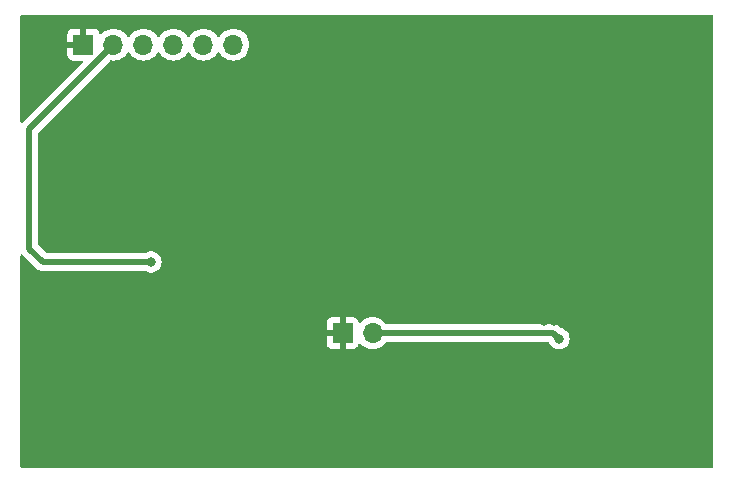
<source format=gbr>
%TF.GenerationSoftware,KiCad,Pcbnew,7.0.6-0*%
%TF.CreationDate,2024-01-22T13:27:35-05:00*%
%TF.ProjectId,regulators,72656775-6c61-4746-9f72-732e6b696361,rev?*%
%TF.SameCoordinates,Original*%
%TF.FileFunction,Copper,L2,Bot*%
%TF.FilePolarity,Positive*%
%FSLAX46Y46*%
G04 Gerber Fmt 4.6, Leading zero omitted, Abs format (unit mm)*
G04 Created by KiCad (PCBNEW 7.0.6-0) date 2024-01-22 13:27:35*
%MOMM*%
%LPD*%
G01*
G04 APERTURE LIST*
%TA.AperFunction,ComponentPad*%
%ADD10R,1.700000X1.700000*%
%TD*%
%TA.AperFunction,ComponentPad*%
%ADD11O,1.700000X1.700000*%
%TD*%
%TA.AperFunction,ViaPad*%
%ADD12C,0.800000*%
%TD*%
%TA.AperFunction,Conductor*%
%ADD13C,0.500000*%
%TD*%
G04 APERTURE END LIST*
D10*
%TO.P,J2,1,Pin_1*%
%TO.N,GND*%
X96236000Y-73832000D03*
D11*
%TO.P,J2,2,Pin_2*%
%TO.N,+3.7 V*%
X98776000Y-73832000D03*
%TD*%
D10*
%TO.P,J1,1,Pin_1*%
%TO.N,GND*%
X74295000Y-49403000D03*
D11*
%TO.P,J1,2,Pin_2*%
%TO.N,-34 V*%
X76835000Y-49403000D03*
%TO.P,J1,3,Pin_3*%
%TO.N,+34 V*%
X79375000Y-49403000D03*
%TO.P,J1,4,Pin_4*%
%TO.N,-15V*%
X81915000Y-49403000D03*
%TO.P,J1,5,Pin_5*%
%TO.N,+15 V*%
X84455000Y-49403000D03*
%TO.P,J1,6,Pin_6*%
%TO.N,+5 V*%
X86995000Y-49403000D03*
%TD*%
D12*
%TO.N,GND*%
X113411000Y-69977000D03*
X124079000Y-70358000D03*
X79654400Y-61061600D03*
X78856000Y-60166000D03*
X113030000Y-63754000D03*
X78856000Y-59277000D03*
X94107000Y-67056000D03*
X114300000Y-71882000D03*
X113411000Y-70993000D03*
X114300000Y-69977000D03*
X87376000Y-78105000D03*
X105410000Y-77851000D03*
X72644000Y-81915000D03*
X79969500Y-77442000D03*
X79969500Y-78331000D03*
X115189000Y-71882000D03*
X109728000Y-70485000D03*
X115189000Y-72771000D03*
X112649000Y-75565000D03*
X79146400Y-76555600D03*
X115189000Y-69977000D03*
X86106000Y-70485000D03*
X113411000Y-71882000D03*
X79654400Y-60147200D03*
X79146400Y-77419200D03*
X79654400Y-59283600D03*
X115062000Y-70993000D03*
X114300000Y-70993000D03*
X114173000Y-72771000D03*
X79969500Y-76553000D03*
X72263000Y-64643000D03*
X79146400Y-78333600D03*
X82042000Y-55626000D03*
X115570000Y-75565000D03*
X78856000Y-61055000D03*
X87249000Y-60833000D03*
X113284000Y-72771000D03*
%TO.N,+3.7 V*%
X114554000Y-74299000D03*
%TO.N,-34 V*%
X80010000Y-67818000D03*
%TD*%
D13*
%TO.N,+3.7 V*%
X114087000Y-73832000D02*
X114554000Y-74299000D01*
X98776000Y-73832000D02*
X114087000Y-73832000D01*
%TO.N,-34 V*%
X69723000Y-66675000D02*
X70866000Y-67818000D01*
X69723000Y-56515000D02*
X69723000Y-66675000D01*
X76835000Y-49403000D02*
X69723000Y-56515000D01*
X70866000Y-67818000D02*
X80010000Y-67818000D01*
%TD*%
%TA.AperFunction,Conductor*%
%TO.N,GND*%
G36*
X127578039Y-46882685D02*
G01*
X127623794Y-46935489D01*
X127635000Y-46987000D01*
X127635000Y-85093000D01*
X127615315Y-85160039D01*
X127562511Y-85205794D01*
X127511000Y-85217000D01*
X69085000Y-85217000D01*
X69017961Y-85197315D01*
X68972206Y-85144511D01*
X68961000Y-85093000D01*
X68961000Y-74729844D01*
X94886000Y-74729844D01*
X94892401Y-74789372D01*
X94892403Y-74789379D01*
X94942645Y-74924086D01*
X94942649Y-74924093D01*
X95028809Y-75039187D01*
X95028812Y-75039190D01*
X95143906Y-75125350D01*
X95143913Y-75125354D01*
X95278620Y-75175596D01*
X95278627Y-75175598D01*
X95338155Y-75181999D01*
X95338172Y-75182000D01*
X95986000Y-75182000D01*
X95986000Y-74267501D01*
X96093685Y-74316680D01*
X96200237Y-74332000D01*
X96271763Y-74332000D01*
X96378315Y-74316680D01*
X96486000Y-74267501D01*
X96486000Y-75182000D01*
X97133828Y-75182000D01*
X97133844Y-75181999D01*
X97193372Y-75175598D01*
X97193379Y-75175596D01*
X97328086Y-75125354D01*
X97328093Y-75125350D01*
X97443187Y-75039190D01*
X97443190Y-75039187D01*
X97529350Y-74924093D01*
X97529354Y-74924086D01*
X97578422Y-74792529D01*
X97620293Y-74736595D01*
X97685757Y-74712178D01*
X97754030Y-74727030D01*
X97782285Y-74748181D01*
X97904599Y-74870495D01*
X97981135Y-74924086D01*
X98098165Y-75006032D01*
X98098167Y-75006033D01*
X98098170Y-75006035D01*
X98312337Y-75105903D01*
X98540592Y-75167063D01*
X98711319Y-75182000D01*
X98775999Y-75187659D01*
X98776000Y-75187659D01*
X98776001Y-75187659D01*
X98840681Y-75182000D01*
X99011408Y-75167063D01*
X99239663Y-75105903D01*
X99453830Y-75006035D01*
X99647401Y-74870495D01*
X99814495Y-74703401D01*
X99862126Y-74635376D01*
X99916704Y-74591751D01*
X99963701Y-74582500D01*
X113609181Y-74582500D01*
X113676220Y-74602185D01*
X113721975Y-74654989D01*
X113726354Y-74666235D01*
X113726821Y-74667284D01*
X113821467Y-74831216D01*
X113856837Y-74870498D01*
X113948129Y-74971888D01*
X114101265Y-75083148D01*
X114101270Y-75083151D01*
X114274192Y-75160142D01*
X114274197Y-75160144D01*
X114459354Y-75199500D01*
X114459355Y-75199500D01*
X114648644Y-75199500D01*
X114648646Y-75199500D01*
X114833803Y-75160144D01*
X115006730Y-75083151D01*
X115159871Y-74971888D01*
X115286533Y-74831216D01*
X115381179Y-74667284D01*
X115439674Y-74487256D01*
X115459460Y-74299000D01*
X115439674Y-74110744D01*
X115381179Y-73930716D01*
X115286533Y-73766784D01*
X115159871Y-73626112D01*
X115154426Y-73622156D01*
X115006734Y-73514851D01*
X115006729Y-73514848D01*
X114833807Y-73437857D01*
X114833803Y-73437856D01*
X114768670Y-73424011D01*
X114707188Y-73390818D01*
X114706771Y-73390402D01*
X114662727Y-73346358D01*
X114650944Y-73332723D01*
X114636615Y-73313476D01*
X114636613Y-73313474D01*
X114636612Y-73313473D01*
X114636610Y-73313470D01*
X114596587Y-73279886D01*
X114592612Y-73276244D01*
X114589690Y-73273322D01*
X114586780Y-73270411D01*
X114561040Y-73250059D01*
X114502209Y-73200694D01*
X114496180Y-73196729D01*
X114496212Y-73196680D01*
X114489853Y-73192628D01*
X114489822Y-73192679D01*
X114483680Y-73188891D01*
X114483678Y-73188890D01*
X114483677Y-73188889D01*
X114444474Y-73170608D01*
X114414058Y-73156424D01*
X114379894Y-73139267D01*
X114345433Y-73121960D01*
X114345431Y-73121959D01*
X114345430Y-73121959D01*
X114338645Y-73119489D01*
X114338665Y-73119433D01*
X114331549Y-73116959D01*
X114331531Y-73117015D01*
X114324671Y-73114742D01*
X114296841Y-73108996D01*
X114249434Y-73099207D01*
X114200472Y-73087603D01*
X114174719Y-73081499D01*
X114167547Y-73080661D01*
X114167553Y-73080601D01*
X114160055Y-73079835D01*
X114160050Y-73079895D01*
X114152860Y-73079265D01*
X114076083Y-73081500D01*
X99963701Y-73081500D01*
X99896662Y-73061815D01*
X99862126Y-73028623D01*
X99814494Y-72960597D01*
X99647402Y-72793506D01*
X99647395Y-72793501D01*
X99453834Y-72657967D01*
X99453830Y-72657965D01*
X99382727Y-72624809D01*
X99239663Y-72558097D01*
X99239659Y-72558096D01*
X99239655Y-72558094D01*
X99011413Y-72496938D01*
X99011403Y-72496936D01*
X98776001Y-72476341D01*
X98775999Y-72476341D01*
X98540596Y-72496936D01*
X98540586Y-72496938D01*
X98312344Y-72558094D01*
X98312335Y-72558098D01*
X98098171Y-72657964D01*
X98098169Y-72657965D01*
X97904600Y-72793503D01*
X97782284Y-72915819D01*
X97720961Y-72949303D01*
X97651269Y-72944319D01*
X97595336Y-72902447D01*
X97578421Y-72871470D01*
X97529354Y-72739913D01*
X97529350Y-72739906D01*
X97443190Y-72624812D01*
X97443187Y-72624809D01*
X97328093Y-72538649D01*
X97328086Y-72538645D01*
X97193379Y-72488403D01*
X97193372Y-72488401D01*
X97133844Y-72482000D01*
X96486000Y-72482000D01*
X96486000Y-73396498D01*
X96378315Y-73347320D01*
X96271763Y-73332000D01*
X96200237Y-73332000D01*
X96093685Y-73347320D01*
X95986000Y-73396498D01*
X95986000Y-72482000D01*
X95338155Y-72482000D01*
X95278627Y-72488401D01*
X95278620Y-72488403D01*
X95143913Y-72538645D01*
X95143906Y-72538649D01*
X95028812Y-72624809D01*
X95028809Y-72624812D01*
X94942649Y-72739906D01*
X94942645Y-72739913D01*
X94892403Y-72874620D01*
X94892401Y-72874627D01*
X94886000Y-72934155D01*
X94886000Y-73582000D01*
X95802314Y-73582000D01*
X95776507Y-73622156D01*
X95736000Y-73760111D01*
X95736000Y-73903889D01*
X95776507Y-74041844D01*
X95802314Y-74082000D01*
X94886000Y-74082000D01*
X94886000Y-74729844D01*
X68961000Y-74729844D01*
X68961000Y-67275348D01*
X68980685Y-67208309D01*
X69033489Y-67162554D01*
X69102647Y-67152610D01*
X69166203Y-67181635D01*
X69170071Y-67185132D01*
X69194637Y-67208309D01*
X69200019Y-67213387D01*
X70290267Y-68303634D01*
X70302048Y-68317266D01*
X70316390Y-68336530D01*
X70356420Y-68370119D01*
X70360392Y-68373759D01*
X70366223Y-68379590D01*
X70366222Y-68379590D01*
X70391944Y-68399927D01*
X70450786Y-68449302D01*
X70450794Y-68449306D01*
X70456824Y-68453273D01*
X70456790Y-68453323D01*
X70463147Y-68457372D01*
X70463179Y-68457321D01*
X70469319Y-68461108D01*
X70469323Y-68461111D01*
X70504132Y-68477343D01*
X70538941Y-68493575D01*
X70607565Y-68528039D01*
X70607567Y-68528040D01*
X70607569Y-68528040D01*
X70614357Y-68530511D01*
X70614336Y-68530567D01*
X70621455Y-68533042D01*
X70621474Y-68532986D01*
X70628323Y-68535256D01*
X70628326Y-68535256D01*
X70628327Y-68535257D01*
X70703550Y-68550787D01*
X70703550Y-68550788D01*
X70778279Y-68568500D01*
X70785452Y-68569339D01*
X70785445Y-68569397D01*
X70792946Y-68570163D01*
X70792952Y-68570104D01*
X70800140Y-68570733D01*
X70800143Y-68570732D01*
X70800144Y-68570733D01*
X70876898Y-68568500D01*
X79470663Y-68568500D01*
X79537702Y-68588185D01*
X79543548Y-68592182D01*
X79557265Y-68602148D01*
X79557270Y-68602151D01*
X79730192Y-68679142D01*
X79730197Y-68679144D01*
X79915354Y-68718500D01*
X79915355Y-68718500D01*
X80104644Y-68718500D01*
X80104646Y-68718500D01*
X80289803Y-68679144D01*
X80462730Y-68602151D01*
X80615871Y-68490888D01*
X80742533Y-68350216D01*
X80837179Y-68186284D01*
X80895674Y-68006256D01*
X80915460Y-67818000D01*
X80895674Y-67629744D01*
X80837179Y-67449716D01*
X80742533Y-67285784D01*
X80615871Y-67145112D01*
X80613867Y-67143656D01*
X80462734Y-67033851D01*
X80462729Y-67033848D01*
X80289807Y-66956857D01*
X80289802Y-66956855D01*
X80123102Y-66921423D01*
X80104646Y-66917500D01*
X79915354Y-66917500D01*
X79896898Y-66921423D01*
X79730197Y-66956855D01*
X79730192Y-66956857D01*
X79557270Y-67033848D01*
X79557265Y-67033851D01*
X79543548Y-67043818D01*
X79477742Y-67067298D01*
X79470663Y-67067500D01*
X71228230Y-67067500D01*
X71161191Y-67047815D01*
X71140549Y-67031181D01*
X70509819Y-66400450D01*
X70476334Y-66339127D01*
X70473500Y-66312769D01*
X70473500Y-56877229D01*
X70493185Y-56810190D01*
X70509814Y-56789553D01*
X76523499Y-50775867D01*
X76584820Y-50742384D01*
X76621984Y-50740022D01*
X76770319Y-50753000D01*
X76834999Y-50758659D01*
X76835000Y-50758659D01*
X76835001Y-50758659D01*
X76899681Y-50753000D01*
X77070408Y-50738063D01*
X77298663Y-50676903D01*
X77512830Y-50577035D01*
X77706401Y-50441495D01*
X77873495Y-50274401D01*
X78003424Y-50088842D01*
X78058002Y-50045217D01*
X78127500Y-50038023D01*
X78189855Y-50069546D01*
X78206575Y-50088842D01*
X78336500Y-50274395D01*
X78336505Y-50274401D01*
X78503599Y-50441495D01*
X78580135Y-50495086D01*
X78697165Y-50577032D01*
X78697167Y-50577033D01*
X78697170Y-50577035D01*
X78911337Y-50676903D01*
X79139592Y-50738063D01*
X79310319Y-50753000D01*
X79374999Y-50758659D01*
X79375000Y-50758659D01*
X79375001Y-50758659D01*
X79439681Y-50753000D01*
X79610408Y-50738063D01*
X79838663Y-50676903D01*
X80052830Y-50577035D01*
X80246401Y-50441495D01*
X80413495Y-50274401D01*
X80543424Y-50088842D01*
X80598002Y-50045217D01*
X80667500Y-50038023D01*
X80729855Y-50069546D01*
X80746575Y-50088842D01*
X80876500Y-50274395D01*
X80876505Y-50274401D01*
X81043599Y-50441495D01*
X81120135Y-50495086D01*
X81237165Y-50577032D01*
X81237167Y-50577033D01*
X81237170Y-50577035D01*
X81451337Y-50676903D01*
X81679592Y-50738063D01*
X81850319Y-50753000D01*
X81914999Y-50758659D01*
X81915000Y-50758659D01*
X81915001Y-50758659D01*
X81979681Y-50753000D01*
X82150408Y-50738063D01*
X82378663Y-50676903D01*
X82592830Y-50577035D01*
X82786401Y-50441495D01*
X82953495Y-50274401D01*
X83083424Y-50088842D01*
X83138002Y-50045217D01*
X83207500Y-50038023D01*
X83269855Y-50069546D01*
X83286575Y-50088842D01*
X83416500Y-50274395D01*
X83416505Y-50274401D01*
X83583599Y-50441495D01*
X83660135Y-50495086D01*
X83777165Y-50577032D01*
X83777167Y-50577033D01*
X83777170Y-50577035D01*
X83991337Y-50676903D01*
X84219592Y-50738063D01*
X84390319Y-50753000D01*
X84454999Y-50758659D01*
X84455000Y-50758659D01*
X84455001Y-50758659D01*
X84519681Y-50753000D01*
X84690408Y-50738063D01*
X84918663Y-50676903D01*
X85132830Y-50577035D01*
X85326401Y-50441495D01*
X85493495Y-50274401D01*
X85623424Y-50088842D01*
X85678002Y-50045217D01*
X85747500Y-50038023D01*
X85809855Y-50069546D01*
X85826575Y-50088842D01*
X85956500Y-50274395D01*
X85956505Y-50274401D01*
X86123599Y-50441495D01*
X86200135Y-50495086D01*
X86317165Y-50577032D01*
X86317167Y-50577033D01*
X86317170Y-50577035D01*
X86531337Y-50676903D01*
X86759592Y-50738063D01*
X86930319Y-50753000D01*
X86994999Y-50758659D01*
X86995000Y-50758659D01*
X86995001Y-50758659D01*
X87059681Y-50753000D01*
X87230408Y-50738063D01*
X87458663Y-50676903D01*
X87672830Y-50577035D01*
X87866401Y-50441495D01*
X88033495Y-50274401D01*
X88169035Y-50080830D01*
X88268903Y-49866663D01*
X88330063Y-49638408D01*
X88350659Y-49403000D01*
X88330063Y-49167592D01*
X88268903Y-48939337D01*
X88169035Y-48725171D01*
X88163425Y-48717158D01*
X88033494Y-48531597D01*
X87866402Y-48364506D01*
X87866395Y-48364501D01*
X87672834Y-48228967D01*
X87672830Y-48228965D01*
X87601727Y-48195809D01*
X87458663Y-48129097D01*
X87458659Y-48129096D01*
X87458655Y-48129094D01*
X87230413Y-48067938D01*
X87230403Y-48067936D01*
X86995001Y-48047341D01*
X86994999Y-48047341D01*
X86759596Y-48067936D01*
X86759586Y-48067938D01*
X86531344Y-48129094D01*
X86531335Y-48129098D01*
X86317171Y-48228964D01*
X86317169Y-48228965D01*
X86123597Y-48364505D01*
X85956505Y-48531597D01*
X85826575Y-48717158D01*
X85771998Y-48760783D01*
X85702500Y-48767977D01*
X85640145Y-48736454D01*
X85623425Y-48717158D01*
X85493494Y-48531597D01*
X85326402Y-48364506D01*
X85326395Y-48364501D01*
X85132834Y-48228967D01*
X85132830Y-48228965D01*
X85061727Y-48195809D01*
X84918663Y-48129097D01*
X84918659Y-48129096D01*
X84918655Y-48129094D01*
X84690413Y-48067938D01*
X84690403Y-48067936D01*
X84455001Y-48047341D01*
X84454999Y-48047341D01*
X84219596Y-48067936D01*
X84219586Y-48067938D01*
X83991344Y-48129094D01*
X83991335Y-48129098D01*
X83777171Y-48228964D01*
X83777169Y-48228965D01*
X83583597Y-48364505D01*
X83416505Y-48531597D01*
X83286575Y-48717158D01*
X83231998Y-48760783D01*
X83162500Y-48767977D01*
X83100145Y-48736454D01*
X83083425Y-48717158D01*
X82953494Y-48531597D01*
X82786402Y-48364506D01*
X82786395Y-48364501D01*
X82592834Y-48228967D01*
X82592830Y-48228965D01*
X82521727Y-48195809D01*
X82378663Y-48129097D01*
X82378659Y-48129096D01*
X82378655Y-48129094D01*
X82150413Y-48067938D01*
X82150403Y-48067936D01*
X81915001Y-48047341D01*
X81914999Y-48047341D01*
X81679596Y-48067936D01*
X81679586Y-48067938D01*
X81451344Y-48129094D01*
X81451335Y-48129098D01*
X81237171Y-48228964D01*
X81237169Y-48228965D01*
X81043597Y-48364505D01*
X80876505Y-48531597D01*
X80746575Y-48717158D01*
X80691998Y-48760783D01*
X80622500Y-48767977D01*
X80560145Y-48736454D01*
X80543425Y-48717158D01*
X80413494Y-48531597D01*
X80246402Y-48364506D01*
X80246395Y-48364501D01*
X80052834Y-48228967D01*
X80052830Y-48228965D01*
X79981727Y-48195809D01*
X79838663Y-48129097D01*
X79838659Y-48129096D01*
X79838655Y-48129094D01*
X79610413Y-48067938D01*
X79610403Y-48067936D01*
X79375001Y-48047341D01*
X79374999Y-48047341D01*
X79139596Y-48067936D01*
X79139586Y-48067938D01*
X78911344Y-48129094D01*
X78911335Y-48129098D01*
X78697171Y-48228964D01*
X78697169Y-48228965D01*
X78503597Y-48364505D01*
X78336505Y-48531597D01*
X78206575Y-48717158D01*
X78151998Y-48760783D01*
X78082500Y-48767977D01*
X78020145Y-48736454D01*
X78003425Y-48717158D01*
X77873494Y-48531597D01*
X77706402Y-48364506D01*
X77706395Y-48364501D01*
X77512834Y-48228967D01*
X77512830Y-48228965D01*
X77441727Y-48195809D01*
X77298663Y-48129097D01*
X77298659Y-48129096D01*
X77298655Y-48129094D01*
X77070413Y-48067938D01*
X77070403Y-48067936D01*
X76835001Y-48047341D01*
X76834999Y-48047341D01*
X76599596Y-48067936D01*
X76599586Y-48067938D01*
X76371344Y-48129094D01*
X76371335Y-48129098D01*
X76157171Y-48228964D01*
X76157169Y-48228965D01*
X75963600Y-48364503D01*
X75841284Y-48486819D01*
X75779961Y-48520303D01*
X75710269Y-48515319D01*
X75654336Y-48473447D01*
X75637421Y-48442470D01*
X75588354Y-48310913D01*
X75588350Y-48310906D01*
X75502190Y-48195812D01*
X75502187Y-48195809D01*
X75387093Y-48109649D01*
X75387086Y-48109645D01*
X75252379Y-48059403D01*
X75252372Y-48059401D01*
X75192844Y-48053000D01*
X74545000Y-48053000D01*
X74545000Y-48967498D01*
X74437315Y-48918320D01*
X74330763Y-48903000D01*
X74259237Y-48903000D01*
X74152685Y-48918320D01*
X74045000Y-48967498D01*
X74045000Y-48053000D01*
X73397155Y-48053000D01*
X73337627Y-48059401D01*
X73337620Y-48059403D01*
X73202913Y-48109645D01*
X73202906Y-48109649D01*
X73087812Y-48195809D01*
X73087809Y-48195812D01*
X73001649Y-48310906D01*
X73001645Y-48310913D01*
X72951403Y-48445620D01*
X72951401Y-48445627D01*
X72945000Y-48505155D01*
X72945000Y-49153000D01*
X73861314Y-49153000D01*
X73835507Y-49193156D01*
X73795000Y-49331111D01*
X73795000Y-49474889D01*
X73835507Y-49612844D01*
X73861314Y-49653000D01*
X72945000Y-49653000D01*
X72945000Y-50300844D01*
X72951401Y-50360372D01*
X72951403Y-50360379D01*
X73001645Y-50495086D01*
X73001649Y-50495093D01*
X73087809Y-50610187D01*
X73087812Y-50610190D01*
X73202906Y-50696350D01*
X73202913Y-50696354D01*
X73337620Y-50746596D01*
X73337627Y-50746598D01*
X73397155Y-50752999D01*
X73397172Y-50753000D01*
X74124270Y-50753000D01*
X74191309Y-50772685D01*
X74237064Y-50825489D01*
X74247008Y-50894647D01*
X74217983Y-50958203D01*
X74211951Y-50964681D01*
X69237358Y-55939272D01*
X69223729Y-55951051D01*
X69204468Y-55965391D01*
X69204467Y-55965392D01*
X69179989Y-55994564D01*
X69121817Y-56033266D01*
X69051957Y-56034374D01*
X68992587Y-55997537D01*
X68962557Y-55934449D01*
X68961000Y-55914858D01*
X68961000Y-46987000D01*
X68980685Y-46919961D01*
X69033489Y-46874206D01*
X69085000Y-46863000D01*
X127511000Y-46863000D01*
X127578039Y-46882685D01*
G37*
%TD.AperFunction*%
%TD*%
M02*

</source>
